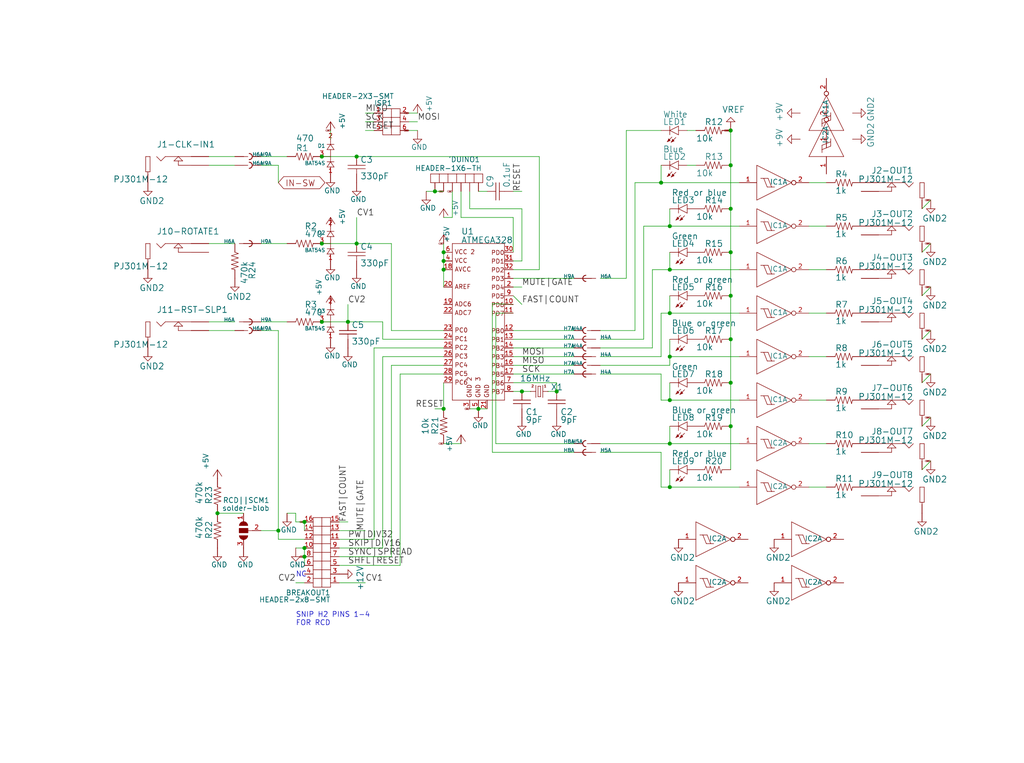
<source format=kicad_sch>
(kicad_sch (version 20210615) (generator eeschema)
  (paper "User" 299.009 222.783)
  (junction (at 63.5 149.86) (diameter 1.016))
  (junction (at 81.28 154.94) (diameter 1.016))
  (junction (at 88.9 152.4) (diameter 1.016))
  (junction (at 88.9 160.02) (diameter 1.016))
  (junction (at 88.9 162.56) (diameter 1.016))
  (junction (at 93.98 45.72) (diameter 1.016))
  (junction (at 93.98 71.12) (diameter 1.016))
  (junction (at 93.98 93.98) (diameter 1.016))
  (junction (at 101.6 93.98) (diameter 1.016))
  (junction (at 104.14 45.72) (diameter 1.016))
  (junction (at 104.14 71.12) (diameter 1.016))
  (junction (at 127 55.88) (diameter 1.016))
  (junction (at 129.54 73.66) (diameter 1.016))
  (junction (at 129.54 76.2) (diameter 1.016))
  (junction (at 129.54 78.74) (diameter 1.016))
  (junction (at 129.54 119.38) (diameter 1.016))
  (junction (at 139.7 119.38) (diameter 1.016))
  (junction (at 152.4 114.3) (diameter 1.016))
  (junction (at 162.56 114.3) (diameter 1.016))
  (junction (at 193.04 53.34) (diameter 1.016))
  (junction (at 195.58 66.04) (diameter 1.016))
  (junction (at 195.58 78.74) (diameter 1.016))
  (junction (at 195.58 91.44) (diameter 1.016))
  (junction (at 195.58 104.14) (diameter 1.016))
  (junction (at 195.58 116.84) (diameter 1.016))
  (junction (at 195.58 129.54) (diameter 1.016))
  (junction (at 195.58 142.24) (diameter 1.016))
  (junction (at 213.36 38.1) (diameter 1.016))
  (junction (at 213.36 48.26) (diameter 1.016))
  (junction (at 213.36 60.96) (diameter 1.016))
  (junction (at 213.36 73.66) (diameter 1.016))
  (junction (at 213.36 86.36) (diameter 1.016))
  (junction (at 213.36 99.06) (diameter 1.016))
  (junction (at 213.36 111.76) (diameter 1.016))
  (junction (at 213.36 124.46) (diameter 1.016))
  (wire (pts (xy 63.5 149.86) (xy 71.12 149.86)))
  (wire (pts (xy 68.58 45.72) (xy 60.96 45.72)))
  (wire (pts (xy 68.58 48.26) (xy 60.96 48.26)))
  (wire (pts (xy 68.58 71.12) (xy 60.96 71.12)))
  (wire (pts (xy 68.58 93.98) (xy 60.96 93.98)))
  (wire (pts (xy 68.58 96.52) (xy 60.96 96.52)))
  (wire (pts (xy 76.2 71.12) (xy 83.82 71.12)))
  (wire (pts (xy 76.2 154.94) (xy 81.28 154.94)))
  (wire (pts (xy 81.28 48.26) (xy 76.2 48.26)))
  (wire (pts (xy 81.28 53.34) (xy 81.28 48.26)))
  (wire (pts (xy 81.28 96.52) (xy 76.2 96.52)))
  (wire (pts (xy 81.28 96.52) (xy 81.28 154.94)))
  (wire (pts (xy 81.28 154.94) (xy 81.28 157.48)))
  (wire (pts (xy 81.28 157.48) (xy 88.9 157.48)))
  (wire (pts (xy 83.82 45.72) (xy 76.2 45.72)))
  (wire (pts (xy 83.82 93.98) (xy 76.2 93.98)))
  (wire (pts (xy 83.82 149.86) (xy 86.36 149.86)))
  (wire (pts (xy 86.36 149.86) (xy 86.36 152.4)))
  (wire (pts (xy 86.36 152.4) (xy 88.9 152.4)))
  (wire (pts (xy 86.36 160.02) (xy 88.9 160.02)))
  (wire (pts (xy 88.9 152.4) (xy 88.9 154.94)))
  (wire (pts (xy 88.9 160.02) (xy 88.9 162.56)))
  (wire (pts (xy 88.9 162.56) (xy 88.9 165.1)))
  (wire (pts (xy 88.9 170.18) (xy 86.36 170.18)))
  (wire (pts (xy 93.98 71.12) (xy 104.14 71.12)))
  (wire (pts (xy 93.98 93.98) (xy 101.6 93.98)))
  (wire (pts (xy 96.52 38.1) (xy 96.52 40.64)))
  (wire (pts (xy 99.06 152.4) (xy 101.6 152.4)))
  (wire (pts (xy 99.06 154.94) (xy 106.68 154.94)))
  (wire (pts (xy 99.06 157.48) (xy 109.22 157.48)))
  (wire (pts (xy 99.06 160.02) (xy 111.76 160.02)))
  (wire (pts (xy 99.06 162.56) (xy 114.3 162.56)))
  (wire (pts (xy 99.06 165.1) (xy 116.84 165.1)))
  (wire (pts (xy 99.06 170.18) (xy 106.68 170.18)))
  (wire (pts (xy 101.6 93.98) (xy 101.6 88.9)))
  (wire (pts (xy 101.6 93.98) (xy 111.76 93.98)))
  (wire (pts (xy 104.14 45.72) (xy 93.98 45.72)))
  (wire (pts (xy 104.14 63.5) (xy 104.14 71.12)))
  (wire (pts (xy 104.14 71.12) (xy 114.3 71.12)))
  (wire (pts (xy 109.22 33.02) (xy 106.68 33.02)))
  (wire (pts (xy 109.22 35.56) (xy 106.68 35.56)))
  (wire (pts (xy 109.22 38.1) (xy 106.68 38.1)))
  (wire (pts (xy 109.22 101.6) (xy 129.54 101.6)))
  (wire (pts (xy 109.22 157.48) (xy 109.22 101.6)))
  (wire (pts (xy 111.76 93.98) (xy 111.76 99.06)))
  (wire (pts (xy 111.76 99.06) (xy 129.54 99.06)))
  (wire (pts (xy 111.76 104.14) (xy 129.54 104.14)))
  (wire (pts (xy 111.76 160.02) (xy 111.76 104.14)))
  (wire (pts (xy 114.3 71.12) (xy 114.3 96.52)))
  (wire (pts (xy 114.3 96.52) (xy 129.54 96.52)))
  (wire (pts (xy 114.3 106.68) (xy 129.54 106.68)))
  (wire (pts (xy 114.3 162.56) (xy 114.3 106.68)))
  (wire (pts (xy 116.84 109.22) (xy 129.54 109.22)))
  (wire (pts (xy 116.84 165.1) (xy 116.84 109.22)))
  (wire (pts (xy 119.38 33.02) (xy 121.92 33.02)))
  (wire (pts (xy 119.38 35.56) (xy 121.92 35.56)))
  (wire (pts (xy 119.38 38.1) (xy 121.92 38.1)))
  (wire (pts (xy 127 55.88) (xy 124.46 55.88)))
  (wire (pts (xy 129.54 55.88) (xy 127 55.88)))
  (wire (pts (xy 129.54 71.12) (xy 129.54 73.66)))
  (wire (pts (xy 129.54 73.66) (xy 129.54 76.2)))
  (wire (pts (xy 129.54 76.2) (xy 129.54 78.74)))
  (wire (pts (xy 129.54 78.74) (xy 129.54 83.82)))
  (wire (pts (xy 129.54 119.38) (xy 127 119.38)))
  (wire (pts (xy 129.54 119.38) (xy 129.54 111.76)))
  (wire (pts (xy 129.54 129.54) (xy 134.62 129.54)))
  (wire (pts (xy 132.08 55.88) (xy 132.08 63.5)))
  (wire (pts (xy 132.08 63.5) (xy 129.54 63.5)))
  (wire (pts (xy 134.62 55.88) (xy 134.62 63.5)))
  (wire (pts (xy 134.62 63.5) (xy 149.86 63.5)))
  (wire (pts (xy 137.16 60.96) (xy 137.16 55.88)))
  (wire (pts (xy 137.16 119.38) (xy 139.7 119.38)))
  (wire (pts (xy 139.7 55.88) (xy 142.24 55.88)))
  (wire (pts (xy 139.7 119.38) (xy 142.24 119.38)))
  (wire (pts (xy 143.764 88.646) (xy 143.764 132.08)))
  (wire (pts (xy 143.764 132.08) (xy 167.64 132.08)))
  (wire (pts (xy 144.78 91.44) (xy 144.78 129.54)))
  (wire (pts (xy 144.78 129.54) (xy 167.64 129.54)))
  (wire (pts (xy 149.86 55.88) (xy 152.4 55.88)))
  (wire (pts (xy 149.86 73.66) (xy 149.86 63.5)))
  (wire (pts (xy 149.86 76.2) (xy 152.4 76.2)))
  (wire (pts (xy 149.86 78.74) (xy 157.48 78.74)))
  (wire (pts (xy 149.86 81.28) (xy 167.64 81.28)))
  (wire (pts (xy 149.86 83.82) (xy 152.4 83.82)))
  (wire (pts (xy 149.86 86.36) (xy 152.4 88.9)))
  (wire (pts (xy 149.86 88.9) (xy 143.764 88.646)))
  (wire (pts (xy 149.86 91.44) (xy 144.78 91.44)))
  (wire (pts (xy 149.86 96.52) (xy 167.64 96.52)))
  (wire (pts (xy 149.86 99.06) (xy 167.64 99.06)))
  (wire (pts (xy 149.86 101.6) (xy 167.64 101.6)))
  (wire (pts (xy 149.86 104.14) (xy 167.64 104.14)))
  (wire (pts (xy 149.86 106.68) (xy 167.64 106.68)))
  (wire (pts (xy 149.86 109.22) (xy 167.64 109.22)))
  (wire (pts (xy 149.86 114.3) (xy 152.4 114.3)))
  (wire (pts (xy 152.4 60.96) (xy 137.16 60.96)))
  (wire (pts (xy 152.4 76.2) (xy 152.4 60.96)))
  (wire (pts (xy 154.94 114.3) (xy 152.4 114.3)))
  (wire (pts (xy 157.48 45.72) (xy 104.14 45.72)))
  (wire (pts (xy 157.48 78.74) (xy 157.48 45.72)))
  (wire (pts (xy 162.56 111.76) (xy 149.86 111.76)))
  (wire (pts (xy 162.56 114.3) (xy 160.02 114.3)))
  (wire (pts (xy 162.56 114.3) (xy 162.56 111.76)))
  (wire (pts (xy 175.26 81.28) (xy 182.88 81.28)))
  (wire (pts (xy 182.88 81.28) (xy 182.88 38.1)))
  (wire (pts (xy 185.42 53.34) (xy 193.04 53.34)))
  (wire (pts (xy 185.42 96.52) (xy 175.26 96.52)))
  (wire (pts (xy 185.42 96.52) (xy 185.42 53.34)))
  (wire (pts (xy 187.96 99.06) (xy 175.26 99.06)))
  (wire (pts (xy 187.96 99.06) (xy 187.96 66.04)))
  (wire (pts (xy 190.5 101.6) (xy 175.26 101.6)))
  (wire (pts (xy 190.5 101.6) (xy 190.5 78.74)))
  (wire (pts (xy 193.04 38.1) (xy 182.88 38.1)))
  (wire (pts (xy 193.04 48.26) (xy 193.04 53.34)))
  (wire (pts (xy 193.04 53.34) (xy 215.9 53.34)))
  (wire (pts (xy 193.04 104.14) (xy 175.26 104.14)))
  (wire (pts (xy 193.04 104.14) (xy 193.04 91.44)))
  (wire (pts (xy 193.04 109.22) (xy 175.26 109.22)))
  (wire (pts (xy 193.04 116.84) (xy 193.04 109.22)))
  (wire (pts (xy 193.04 132.08) (xy 175.26 132.08)))
  (wire (pts (xy 193.04 142.24) (xy 193.04 132.08)))
  (wire (pts (xy 195.58 60.96) (xy 195.58 66.04)))
  (wire (pts (xy 195.58 66.04) (xy 187.96 66.04)))
  (wire (pts (xy 195.58 73.66) (xy 195.58 78.74)))
  (wire (pts (xy 195.58 78.74) (xy 190.5 78.74)))
  (wire (pts (xy 195.58 86.36) (xy 195.58 91.44)))
  (wire (pts (xy 195.58 91.44) (xy 193.04 91.44)))
  (wire (pts (xy 195.58 99.06) (xy 195.58 104.14)))
  (wire (pts (xy 195.58 106.68) (xy 175.26 106.68)))
  (wire (pts (xy 195.58 106.68) (xy 195.58 104.14)))
  (wire (pts (xy 195.58 111.76) (xy 195.58 116.84)))
  (wire (pts (xy 195.58 116.84) (xy 193.04 116.84)))
  (wire (pts (xy 195.58 124.46) (xy 195.58 129.54)))
  (wire (pts (xy 195.58 129.54) (xy 175.26 129.54)))
  (wire (pts (xy 195.58 129.54) (xy 215.9 129.54)))
  (wire (pts (xy 195.58 137.16) (xy 195.58 142.24)))
  (wire (pts (xy 195.58 142.24) (xy 193.04 142.24)))
  (wire (pts (xy 200.66 38.1) (xy 203.2 38.1)))
  (wire (pts (xy 200.66 48.26) (xy 203.2 48.26)))
  (wire (pts (xy 213.36 38.1) (xy 213.36 48.26)))
  (wire (pts (xy 213.36 48.26) (xy 213.36 60.96)))
  (wire (pts (xy 213.36 60.96) (xy 213.36 73.66)))
  (wire (pts (xy 213.36 73.66) (xy 213.36 86.36)))
  (wire (pts (xy 213.36 86.36) (xy 213.36 99.06)))
  (wire (pts (xy 213.36 99.06) (xy 213.36 111.76)))
  (wire (pts (xy 213.36 111.76) (xy 213.36 124.46)))
  (wire (pts (xy 213.36 124.46) (xy 213.36 137.16)))
  (wire (pts (xy 215.9 66.04) (xy 195.58 66.04)))
  (wire (pts (xy 215.9 78.74) (xy 195.58 78.74)))
  (wire (pts (xy 215.9 91.44) (xy 195.58 91.44)))
  (wire (pts (xy 215.9 104.14) (xy 195.58 104.14)))
  (wire (pts (xy 215.9 116.84) (xy 195.58 116.84)))
  (wire (pts (xy 215.9 142.24) (xy 195.58 142.24)))
  (wire (pts (xy 236.22 53.34) (xy 241.3 53.34)))
  (wire (pts (xy 236.22 66.04) (xy 241.3 66.04)))
  (wire (pts (xy 236.22 78.74) (xy 241.3 78.74)))
  (wire (pts (xy 236.22 91.44) (xy 241.3 91.44)))
  (wire (pts (xy 236.22 104.14) (xy 241.3 104.14)))
  (wire (pts (xy 236.22 116.84) (xy 241.3 116.84)))
  (wire (pts (xy 236.22 129.54) (xy 241.3 129.54)))
  (wire (pts (xy 236.22 142.24) (xy 241.3 142.24)))
  (wire (pts (xy 271.78 58.42) (xy 269.24 60.96)))
  (wire (pts (xy 271.78 71.12) (xy 269.24 73.66)))
  (wire (pts (xy 271.78 83.82) (xy 269.24 86.36)))
  (wire (pts (xy 271.78 96.52) (xy 269.24 99.06)))
  (wire (pts (xy 271.78 109.22) (xy 269.24 111.76)))
  (wire (pts (xy 271.78 121.92) (xy 269.24 124.46)))
  (wire (pts (xy 271.78 134.62) (xy 269.24 137.16)))
  (text "NC" (at 86.36 168.656 0) (effects (font (size 1.4986 1.4986)) (justify left bottom)))
  (text "SNIP H2 PINS 1-4 \nFOR RCD" (at 86.36 182.88 0) (effects (font (size 1.4986 1.4986)) (justify left bottom)))
  (label "CV2" (at 86.36 170.18 180) (effects (font (size 1.778 1.778))))
  (label "CV2" (at 101.6 88.9 0) (effects (font (size 1.778 1.778))))
  (label "FAST|COUNT" (at 101.6 152.4 90) (effects (font (size 1.778 1.778))))
  (label "PW|DIV32" (at 101.6 157.48 0) (effects (font (size 1.778 1.778))))
  (label "SKIP|DIV16" (at 101.6 160.02 0) (effects (font (size 1.778 1.778))))
  (label "SYNC|SPREAD" (at 101.6 162.56 0) (effects (font (size 1.778 1.778))))
  (label "SHFL|RESET" (at 101.6 165.1 0) (effects (font (size 1.778 1.778))))
  (label "CV1" (at 104.14 63.5 0) (effects (font (size 1.778 1.778))))
  (label "MISO" (at 106.68 33.02 0) (effects (font (size 1.778 1.778))))
  (label "SCK" (at 106.68 35.56 0) (effects (font (size 1.778 1.778))))
  (label "RESET" (at 106.68 38.1 0) (effects (font (size 1.778 1.778))))
  (label "MUTE|GATE" (at 106.68 154.94 90) (effects (font (size 1.778 1.778))))
  (label "CV1" (at 106.68 170.18 0) (effects (font (size 1.778 1.778))))
  (label "MOSI" (at 121.92 35.56 0) (effects (font (size 1.778 1.778))))
  (label "RESET" (at 129.54 119.38 180) (effects (font (size 1.778 1.778))))
  (label "RESET" (at 152.4 55.88 90) (effects (font (size 1.778 1.778))))
  (label "MUTE|GATE" (at 152.4 83.82 0) (effects (font (size 1.778 1.778))))
  (label "FAST|COUNT" (at 152.4 88.9 0) (effects (font (size 1.778 1.778))))
  (label "MOSI" (at 152.4 104.14 0) (effects (font (size 1.778 1.778))))
  (label "MISO" (at 152.4 106.68 0) (effects (font (size 1.778 1.778))))
  (label "SCK" (at 152.4 109.22 0) (effects (font (size 1.778 1.778))))
  (global_label "IN-SW" (shape bidirectional) (at 81.28 53.34 0) (effects (font (size 1.778 1.778))) (property "Intersheet References" "${INTERSHEET_REFS}" (effects hide)))
  (global_label "GND" (shape bidirectional) (at 88.9 152.4 180) (effects (font (size 0.254 0.254))) (property "Intersheet References" "${INTERSHEET_REFS}" (effects hide)))
  (global_label "GND" (shape bidirectional) (at 88.9 162.56 180) (effects (font (size 0.254 0.254))) (property "Intersheet References" "${INTERSHEET_REFS}" (effects hide)))
  (global_label "+5V" (shape bidirectional) (at 96.52 38.1 180) (effects (font (size 0.254 0.254))) (property "Intersheet References" "${INTERSHEET_REFS}" (effects hide)))
  (global_label "+5V" (shape bidirectional) (at 119.38 33.02 180) (effects (font (size 0.254 0.254))) (property "Intersheet References" "${INTERSHEET_REFS}" (effects hide)))
  (global_label "GND" (shape bidirectional) (at 119.38 38.1 180) (effects (font (size 0.254 0.254))) (property "Intersheet References" "${INTERSHEET_REFS}" (effects hide)))
  (global_label "GND" (shape bidirectional) (at 129.54 55.88 180) (effects (font (size 0.254 0.254))) (property "Intersheet References" "${INTERSHEET_REFS}" (effects hide)))
  (global_label "+5V" (shape bidirectional) (at 129.54 71.12 180) (effects (font (size 0.254 0.254))) (property "Intersheet References" "${INTERSHEET_REFS}" (effects hide)))
  (global_label "+5V" (shape bidirectional) (at 129.54 129.54 180) (effects (font (size 0.254 0.254))) (property "Intersheet References" "${INTERSHEET_REFS}" (effects hide)))
  (global_label "+5V" (shape bidirectional) (at 132.08 55.88 180) (effects (font (size 0.254 0.254))) (property "Intersheet References" "${INTERSHEET_REFS}" (effects hide)))
  (global_label "GND" (shape bidirectional) (at 137.16 119.38 180) (effects (font (size 0.254 0.254))) (property "Intersheet References" "${INTERSHEET_REFS}" (effects hide)))
  (global_label "+VREF" (shape bidirectional) (at 213.36 38.1 180) (effects (font (size 0.254 0.254))) (property "Intersheet References" "${INTERSHEET_REFS}" (effects hide)))
  (global_label "AGND" (shape bidirectional) (at 271.78 58.42 180) (effects (font (size 0.254 0.254))) (property "Intersheet References" "${INTERSHEET_REFS}" (effects hide)))
  (global_label "AGND" (shape bidirectional) (at 271.78 71.12 180) (effects (font (size 0.254 0.254))) (property "Intersheet References" "${INTERSHEET_REFS}" (effects hide)))
  (global_label "AGND" (shape bidirectional) (at 271.78 83.82 180) (effects (font (size 0.254 0.254))) (property "Intersheet References" "${INTERSHEET_REFS}" (effects hide)))
  (global_label "AGND" (shape bidirectional) (at 271.78 96.52 180) (effects (font (size 0.254 0.254))) (property "Intersheet References" "${INTERSHEET_REFS}" (effects hide)))
  (global_label "AGND" (shape bidirectional) (at 271.78 109.22 180) (effects (font (size 0.254 0.254))) (property "Intersheet References" "${INTERSHEET_REFS}" (effects hide)))
  (global_label "AGND" (shape bidirectional) (at 271.78 121.92 180) (effects (font (size 0.254 0.254))) (property "Intersheet References" "${INTERSHEET_REFS}" (effects hide)))
  (global_label "AGND" (shape bidirectional) (at 271.78 134.62 180) (effects (font (size 0.254 0.254))) (property "Intersheet References" "${INTERSHEET_REFS}" (effects hide)))
  (symbol (lib_id "clocker-12b-eagle-import:HEADER-2X3-B2B-MALESMT") (at 71.12 45.72 0) (unit 1)
    (property "Reference" "H6" (at 73.66 45.72 0) (effects (font (size 1.0668 1.0668)) (justify left bottom)))
    (property "Value" "HEADER-2X3-B2B-MALESMT" (effects hide))
    (property "Footprint" "clocker-12b:HEADER-2X3-SMT" (effects hide))
  )
  (symbol (lib_id "clocker-12b-eagle-import:HEADER-2X3-B2B-MALESMT") (at 71.12 48.26 0) (unit 1)
    (property "Reference" "H6" (at 73.66 48.26 0) (effects (font (size 1.0668 1.0668)) (justify left bottom)))
    (property "Value" "HEADER-2X3-B2B-MALESMT" (effects hide))
    (property "Footprint" "clocker-12b:HEADER-2X3-SMT" (effects hide))
  )
  (symbol (lib_id "clocker-12b-eagle-import:HEADER-2X3-B2B-MALESMT") (at 71.12 71.12 0) (mirror y) (unit 1)
    (property "Reference" "H6" (at 68.58 71.12 0) (effects (font (size 1.0668 1.0668)) (justify left bottom)))
    (property "Value" "HEADER-2X3-B2B-MALESMT" (effects hide))
    (property "Footprint" "clocker-12b:HEADER-2X3-SMT" (effects hide))
  )
  (symbol (lib_id "clocker-12b-eagle-import:HEADER-2X3-B2B-MALESMT") (at 71.12 93.98 0) (mirror y) (unit 1)
    (property "Reference" "H6" (at 68.58 93.98 0) (effects (font (size 1.0668 1.0668)) (justify left bottom)))
    (property "Value" "HEADER-2X3-B2B-MALESMT" (effects hide))
    (property "Footprint" "clocker-12b:HEADER-2X3-SMT" (effects hide))
  )
  (symbol (lib_id "clocker-12b-eagle-import:HEADER-2X3-B2B-MALESMT") (at 71.12 96.52 0) (unit 1)
    (property "Reference" "H6" (at 73.66 96.52 0) (effects (font (size 1.0668 1.0668)) (justify left bottom)))
    (property "Value" "HEADER-2X3-B2B-MALESMT" (effects hide))
    (property "Footprint" "clocker-12b:HEADER-2X3-SMT" (effects hide))
  )
  (symbol (lib_id "clocker-12b-eagle-import:HEADER-2X3-B2B-MALESMT") (at 172.72 81.28 0) (unit 1)
    (property "Reference" "H6" (at 175.26 81.28 0) (effects (font (size 1.0668 1.0668)) (justify left bottom)))
    (property "Value" "HEADER-2X3-B2B-MALESMT" (effects hide))
    (property "Footprint" "clocker-12b:HEADER-2X3-SMT" (effects hide))
  )
  (symbol (lib_id "clocker-12b-eagle-import:HEADER-2X3-B2B-MALESMT") (at 172.72 96.52 0) (mirror y) (unit 1)
    (property "Reference" "H4" (at 170.18 96.52 0) (effects (font (size 1.0668 1.0668)) (justify left bottom)))
    (property "Value" "HEADER-2X3-B2B-MALESMT" (effects hide))
    (property "Footprint" "clocker-12b:HEADER-2X3-SMT" (effects hide))
  )
  (symbol (lib_id "clocker-12b-eagle-import:HEADER-2X3-B2B-MALESMT") (at 172.72 99.06 0) (unit 1)
    (property "Reference" "H4" (at 175.26 99.06 0) (effects (font (size 1.0668 1.0668)) (justify left bottom)))
    (property "Value" "HEADER-2X3-B2B-MALESMT" (effects hide))
    (property "Footprint" "clocker-12b:HEADER-2X3-SMT" (effects hide))
  )
  (symbol (lib_id "clocker-12b-eagle-import:HEADER-2X3-B2B-MALESMT") (at 172.72 101.6 0) (mirror y) (unit 1)
    (property "Reference" "H4" (at 170.18 101.6 0) (effects (font (size 1.0668 1.0668)) (justify left bottom)))
    (property "Value" "HEADER-2X3-B2B-MALESMT" (effects hide))
    (property "Footprint" "clocker-12b:HEADER-2X3-SMT" (effects hide))
  )
  (symbol (lib_id "clocker-12b-eagle-import:HEADER-2X3-B2B-MALESMT") (at 172.72 104.14 0) (unit 1)
    (property "Reference" "H4" (at 175.26 104.14 0) (effects (font (size 1.0668 1.0668)) (justify left bottom)))
    (property "Value" "HEADER-2X3-B2B-MALESMT" (effects hide))
    (property "Footprint" "clocker-12b:HEADER-2X3-SMT" (effects hide))
  )
  (symbol (lib_id "clocker-12b-eagle-import:HEADER-2X3-B2B-MALESMT") (at 172.72 106.68 0) (mirror y) (unit 1)
    (property "Reference" "H4" (at 170.18 106.68 0) (effects (font (size 1.0668 1.0668)) (justify left bottom)))
    (property "Value" "HEADER-2X3-B2B-MALESMT" (effects hide))
    (property "Footprint" "clocker-12b:HEADER-2X3-SMT" (effects hide))
  )
  (symbol (lib_id "clocker-12b-eagle-import:HEADER-2X3-B2B-MALESMT") (at 172.72 109.22 0) (unit 1)
    (property "Reference" "H4" (at 175.26 109.22 0) (effects (font (size 1.0668 1.0668)) (justify left bottom)))
    (property "Value" "HEADER-2X3-B2B-MALESMT" (effects hide))
    (property "Footprint" "clocker-12b:HEADER-2X3-SMT" (effects hide))
  )
  (symbol (lib_id "clocker-12b-eagle-import:HEADER-2X3-B2B-MALESMT") (at 172.72 129.54 0) (mirror y) (unit 1)
    (property "Reference" "H5" (at 170.18 129.54 0) (effects (font (size 1.0668 1.0668)) (justify left bottom)))
    (property "Value" "HEADER-2X3-B2B-MALESMT" (effects hide))
    (property "Footprint" "clocker-12b:HEADER-2X3-SMT" (effects hide))
  )
  (symbol (lib_id "clocker-12b-eagle-import:HEADER-2X3-B2B-MALESMT") (at 172.72 132.08 0) (unit 1)
    (property "Reference" "H5" (at 175.26 132.08 0) (effects (font (size 1.0668 1.0668)) (justify left bottom)))
    (property "Value" "HEADER-2X3-B2B-MALESMT" (effects hide))
    (property "Footprint" "clocker-12b:HEADER-2X3-SMT" (effects hide))
  )
  (symbol (lib_id "clocker-12b-eagle-import:HEADER-2X3-B2B-FEMALETH-BOT") (at 76.2 45.72 0) (mirror y) (unit 1)
    (property "Reference" "H9" (at 76.073 45.72 0) (effects (font (size 1.0668 1.0668)) (justify right bottom)))
    (property "Value" "HEADER-2X3-B2B-FEMALETH-BOT" (effects hide))
    (property "Footprint" "clocker-12b:HEADER-2X3-TH-BOTTOM" (effects hide))
  )
  (symbol (lib_id "clocker-12b-eagle-import:HEADER-2X3-B2B-FEMALETH-BOT") (at 76.2 48.26 0) (mirror y) (unit 1)
    (property "Reference" "H9" (at 76.073 48.26 0) (effects (font (size 1.0668 1.0668)) (justify right bottom)))
    (property "Value" "HEADER-2X3-B2B-FEMALETH-BOT" (effects hide))
    (property "Footprint" "clocker-12b:HEADER-2X3-TH-BOTTOM" (effects hide))
  )
  (symbol (lib_id "clocker-12b-eagle-import:HEADER-2X3-B2B-FEMALETH-BOT") (at 76.2 71.12 0) (mirror y) (unit 1)
    (property "Reference" "H9" (at 76.073 71.12 0) (effects (font (size 1.0668 1.0668)) (justify right bottom)))
    (property "Value" "HEADER-2X3-B2B-FEMALETH-BOT" (effects hide))
    (property "Footprint" "clocker-12b:HEADER-2X3-TH-BOTTOM" (effects hide))
  )
  (symbol (lib_id "clocker-12b-eagle-import:HEADER-2X3-B2B-FEMALETH-BOT") (at 76.2 93.98 0) (mirror y) (unit 1)
    (property "Reference" "H9" (at 76.073 93.98 0) (effects (font (size 1.0668 1.0668)) (justify right bottom)))
    (property "Value" "HEADER-2X3-B2B-FEMALETH-BOT" (effects hide))
    (property "Footprint" "clocker-12b:HEADER-2X3-TH-BOTTOM" (effects hide))
  )
  (symbol (lib_id "clocker-12b-eagle-import:HEADER-2X3-B2B-FEMALETH-BOT") (at 76.2 96.52 0) (mirror y) (unit 1)
    (property "Reference" "H9" (at 76.073 96.52 0) (effects (font (size 1.0668 1.0668)) (justify right bottom)))
    (property "Value" "HEADER-2X3-B2B-FEMALETH-BOT" (effects hide))
    (property "Footprint" "clocker-12b:HEADER-2X3-TH-BOTTOM" (effects hide))
  )
  (symbol (lib_id "clocker-12b-eagle-import:HEADER-2X3-B2B-FEMALETH-BOT") (at 167.64 81.28 0) (unit 1)
    (property "Reference" "H9" (at 167.767 81.28 0) (effects (font (size 1.0668 1.0668)) (justify right bottom)))
    (property "Value" "HEADER-2X3-B2B-FEMALETH-BOT" (effects hide))
    (property "Footprint" "clocker-12b:HEADER-2X3-TH-BOTTOM" (effects hide))
  )
  (symbol (lib_id "clocker-12b-eagle-import:HEADER-2X3-B2B-FEMALETH-BOT") (at 167.64 96.52 0) (unit 1)
    (property "Reference" "H7" (at 167.767 96.52 0) (effects (font (size 1.0668 1.0668)) (justify right bottom)))
    (property "Value" "HEADER-2X3-B2B-FEMALETH-BOT" (effects hide))
    (property "Footprint" "clocker-12b:HEADER-2X3-TH-BOTTOM" (effects hide))
  )
  (symbol (lib_id "clocker-12b-eagle-import:HEADER-2X3-B2B-FEMALETH-BOT") (at 167.64 99.06 0) (unit 1)
    (property "Reference" "H7" (at 167.767 99.06 0) (effects (font (size 1.0668 1.0668)) (justify right bottom)))
    (property "Value" "HEADER-2X3-B2B-FEMALETH-BOT" (effects hide))
    (property "Footprint" "clocker-12b:HEADER-2X3-TH-BOTTOM" (effects hide))
  )
  (symbol (lib_id "clocker-12b-eagle-import:HEADER-2X3-B2B-FEMALETH-BOT") (at 167.64 101.6 0) (unit 1)
    (property "Reference" "H7" (at 167.767 101.6 0) (effects (font (size 1.0668 1.0668)) (justify right bottom)))
    (property "Value" "HEADER-2X3-B2B-FEMALETH-BOT" (effects hide))
    (property "Footprint" "clocker-12b:HEADER-2X3-TH-BOTTOM" (effects hide))
  )
  (symbol (lib_id "clocker-12b-eagle-import:HEADER-2X3-B2B-FEMALETH-BOT") (at 167.64 104.14 0) (unit 1)
    (property "Reference" "H7" (at 167.767 104.14 0) (effects (font (size 1.0668 1.0668)) (justify right bottom)))
    (property "Value" "HEADER-2X3-B2B-FEMALETH-BOT" (effects hide))
    (property "Footprint" "clocker-12b:HEADER-2X3-TH-BOTTOM" (effects hide))
  )
  (symbol (lib_id "clocker-12b-eagle-import:HEADER-2X3-B2B-FEMALETH-BOT") (at 167.64 106.68 0) (unit 1)
    (property "Reference" "H7" (at 167.767 106.68 0) (effects (font (size 1.0668 1.0668)) (justify right bottom)))
    (property "Value" "HEADER-2X3-B2B-FEMALETH-BOT" (effects hide))
    (property "Footprint" "clocker-12b:HEADER-2X3-TH-BOTTOM" (effects hide))
  )
  (symbol (lib_id "clocker-12b-eagle-import:HEADER-2X3-B2B-FEMALETH-BOT") (at 167.64 109.22 0) (unit 1)
    (property "Reference" "H7" (at 167.767 109.22 0) (effects (font (size 1.0668 1.0668)) (justify right bottom)))
    (property "Value" "HEADER-2X3-B2B-FEMALETH-BOT" (effects hide))
    (property "Footprint" "clocker-12b:HEADER-2X3-TH-BOTTOM" (effects hide))
  )
  (symbol (lib_id "clocker-12b-eagle-import:HEADER-2X3-B2B-FEMALETH-BOT") (at 167.64 129.54 0) (unit 1)
    (property "Reference" "H8" (at 167.767 129.54 0) (effects (font (size 1.0668 1.0668)) (justify right bottom)))
    (property "Value" "HEADER-2X3-B2B-FEMALETH-BOT" (effects hide))
    (property "Footprint" "clocker-12b:HEADER-2X3-TH-BOTTOM" (effects hide))
  )
  (symbol (lib_id "clocker-12b-eagle-import:HEADER-2X3-B2B-FEMALETH-BOT") (at 167.64 132.08 0) (unit 1)
    (property "Reference" "H8" (at 167.767 132.08 0) (effects (font (size 1.0668 1.0668)) (justify right bottom)))
    (property "Value" "HEADER-2X3-B2B-FEMALETH-BOT" (effects hide))
    (property "Footprint" "clocker-12b:HEADER-2X3-TH-BOTTOM" (effects hide))
  )
  (symbol (lib_id "clocker-12b-eagle-import:+5V") (at 63.5 137.16 0) (unit 1)
    (property "Reference" "#P+09" (effects hide))
    (property "Value" "+5V" (at 60.96 137.16 90) (effects (font (size 1.4986 1.4986)) (justify left bottom)))
  )
  (symbol (lib_id "clocker-12b-eagle-import:+5V") (at 96.52 35.56 0) (unit 1)
    (property "Reference" "#P+03" (effects hide))
    (property "Value" "+5V" (at 99.06 33.02 90) (effects (font (size 1.4986 1.4986)) (justify right top)))
  )
  (symbol (lib_id "clocker-12b-eagle-import:+5V") (at 96.52 63.5 0) (unit 1)
    (property "Reference" "#P+02" (effects hide))
    (property "Value" "+5V" (at 99.06 60.96 90) (effects (font (size 1.4986 1.4986)) (justify right top)))
  )
  (symbol (lib_id "clocker-12b-eagle-import:+5V") (at 96.52 86.36 0) (unit 1)
    (property "Reference" "#P+01" (effects hide))
    (property "Value" "+5V" (at 93.98 86.36 90) (effects (font (size 1.4986 1.4986)) (justify left bottom)))
  )
  (symbol (lib_id "clocker-12b-eagle-import:+5V") (at 121.92 30.48 0) (unit 1)
    (property "Reference" "#P+08" (effects hide))
    (property "Value" "+5V" (at 124.46 27.94 90) (effects (font (size 1.4986 1.4986)) (justify right top)))
  )
  (symbol (lib_id "clocker-12b-eagle-import:+5V") (at 129.54 60.96 0) (unit 1)
    (property "Reference" "#P+07" (effects hide))
    (property "Value" "+5V" (at 132.08 58.42 90) (effects (font (size 1.4986 1.4986)) (justify right top)))
  )
  (symbol (lib_id "clocker-12b-eagle-import:+5V") (at 129.54 68.58 0) (unit 1)
    (property "Reference" "#P+04" (effects hide))
    (property "Value" "+5V" (at 129.54 66.04 90) (effects (font (size 1.4986 1.4986)) (justify right top)))
  )
  (symbol (lib_id "clocker-12b-eagle-import:+5V") (at 134.62 127 0) (unit 1)
    (property "Reference" "#P+06" (effects hide))
    (property "Value" "+5V" (at 132.08 132.08 90) (effects (font (size 1.4986 1.4986)) (justify left bottom)))
  )
  (symbol (lib_id "clocker-12b-eagle-import:AGND") (at 43.18 55.88 0) (unit 1)
    (property "Reference" "#AGND06" (effects hide))
    (property "Value" "GND2" (at 40.64 59.69 0) (effects (font (size 1.778 1.778)) (justify left bottom)))
  )
  (symbol (lib_id "clocker-12b-eagle-import:AGND") (at 43.18 81.28 0) (unit 1)
    (property "Reference" "#AGND04" (effects hide))
    (property "Value" "GND2" (at 40.64 85.09 0) (effects (font (size 1.778 1.778)) (justify left bottom)))
  )
  (symbol (lib_id "clocker-12b-eagle-import:AGND") (at 43.18 104.14 0) (unit 1)
    (property "Reference" "#AGND03" (effects hide))
    (property "Value" "GND2" (at 40.64 107.95 0) (effects (font (size 1.778 1.778)) (justify left bottom)))
  )
  (symbol (lib_id "clocker-12b-eagle-import:GND") (at 63.5 162.56 0) (unit 1)
    (property "Reference" "#SUPPLY032" (effects hide))
    (property "Value" "GND" (at 61.595 165.735 0) (effects (font (size 1.4986 1.4986)) (justify left bottom)))
  )
  (symbol (lib_id "clocker-12b-eagle-import:AGND") (at 68.58 83.82 0) (unit 1)
    (property "Reference" "#AGND05" (effects hide))
    (property "Value" "GND2" (at 66.04 87.63 0) (effects (font (size 1.778 1.778)) (justify left bottom)))
  )
  (symbol (lib_id "clocker-12b-eagle-import:GND") (at 71.12 162.56 0) (unit 1)
    (property "Reference" "#SUPPLY031" (effects hide))
    (property "Value" "GND" (at 69.215 165.735 0) (effects (font (size 1.4986 1.4986)) (justify left bottom)))
  )
  (symbol (lib_id "clocker-12b-eagle-import:GND") (at 83.82 152.4 0) (unit 1)
    (property "Reference" "#SUPPLY038" (effects hide))
    (property "Value" "GND" (at 81.915 155.575 0) (effects (font (size 1.4986 1.4986)) (justify left bottom)))
  )
  (symbol (lib_id "clocker-12b-eagle-import:GND") (at 86.36 162.56 0) (unit 1)
    (property "Reference" "#SUPPLY030" (effects hide))
    (property "Value" "GND" (at 84.455 165.735 0) (effects (font (size 1.4986 1.4986)) (justify left bottom)))
  )
  (symbol (lib_id "clocker-12b-eagle-import:GND") (at 96.52 53.34 0) (unit 1)
    (property "Reference" "#SUPPLY02" (effects hide))
    (property "Value" "GND" (at 94.615 56.515 0) (effects (font (size 1.4986 1.4986)) (justify left bottom)))
  )
  (symbol (lib_id "clocker-12b-eagle-import:GND") (at 96.52 78.74 0) (unit 1)
    (property "Reference" "#SUPPLY01" (effects hide))
    (property "Value" "GND" (at 94.615 81.915 0) (effects (font (size 1.4986 1.4986)) (justify left bottom)))
  )
  (symbol (lib_id "clocker-12b-eagle-import:GND") (at 96.52 101.6 0) (unit 1)
    (property "Reference" "#SUPPLY03" (effects hide))
    (property "Value" "GND" (at 94.615 104.775 0) (effects (font (size 1.4986 1.4986)) (justify left bottom)))
  )
  (symbol (lib_id "clocker-12b-eagle-import:GND") (at 101.6 104.14 0) (unit 1)
    (property "Reference" "#SUPPLY07" (effects hide))
    (property "Value" "GND" (at 99.695 107.315 0) (effects (font (size 1.4986 1.4986)) (justify left bottom)))
  )
  (symbol (lib_id "clocker-12b-eagle-import:+12V") (at 101.6 167.64 270) (unit 1)
    (property "Reference" "#+12V03" (effects hide))
    (property "Value" "+12V" (at 104.14 165.1 0) (effects (font (size 1.778 1.778)) (justify left bottom)))
  )
  (symbol (lib_id "clocker-12b-eagle-import:GND") (at 104.14 55.88 0) (unit 1)
    (property "Reference" "#SUPPLY09" (effects hide))
    (property "Value" "GND" (at 102.235 59.055 0) (effects (font (size 1.4986 1.4986)) (justify left bottom)))
  )
  (symbol (lib_id "clocker-12b-eagle-import:GND") (at 104.14 81.28 0) (unit 1)
    (property "Reference" "#SUPPLY08" (effects hide))
    (property "Value" "GND" (at 102.235 84.455 0) (effects (font (size 1.4986 1.4986)) (justify left bottom)))
  )
  (symbol (lib_id "clocker-12b-eagle-import:GND") (at 121.92 40.64 0) (unit 1)
    (property "Reference" "#SUPPLY029" (effects hide))
    (property "Value" "GND" (at 120.015 43.815 0) (effects (font (size 1.4986 1.4986)) (justify left bottom)))
  )
  (symbol (lib_id "clocker-12b-eagle-import:GND") (at 124.46 58.42 0) (unit 1)
    (property "Reference" "#SUPPLY028" (effects hide))
    (property "Value" "GND" (at 122.555 61.595 0) (effects (font (size 1.4986 1.4986)) (justify left bottom)))
  )
  (symbol (lib_id "clocker-12b-eagle-import:GND") (at 139.7 121.92 0) (unit 1)
    (property "Reference" "#SUPPLY05" (effects hide))
    (property "Value" "GND" (at 137.795 125.095 0) (effects (font (size 1.4986 1.4986)) (justify left bottom)))
  )
  (symbol (lib_id "clocker-12b-eagle-import:GND") (at 152.4 124.46 0) (unit 1)
    (property "Reference" "#SUPPLY04" (effects hide))
    (property "Value" "GND" (at 150.495 127.635 0) (effects (font (size 1.4986 1.4986)) (justify left bottom)))
  )
  (symbol (lib_id "clocker-12b-eagle-import:GND") (at 162.56 124.46 0) (unit 1)
    (property "Reference" "#SUPPLY06" (effects hide))
    (property "Value" "GND" (at 160.655 127.635 0) (effects (font (size 1.4986 1.4986)) (justify left bottom)))
  )
  (symbol (lib_id "clocker-12b-eagle-import:AGND") (at 198.12 160.02 0) (unit 1)
    (property "Reference" "#AGND09" (effects hide))
    (property "Value" "GND2" (at 195.58 163.83 0) (effects (font (size 1.778 1.778)) (justify left bottom)))
  )
  (symbol (lib_id "clocker-12b-eagle-import:AGND") (at 198.12 172.72 0) (unit 1)
    (property "Reference" "#AGND010" (effects hide))
    (property "Value" "GND2" (at 195.58 176.53 0) (effects (font (size 1.778 1.778)) (justify left bottom)))
  )
  (symbol (lib_id "clocker-12b-eagle-import:VREF") (at 213.36 35.56 0) (unit 1)
    (property "Reference" "#U$02" (effects hide))
    (property "Value" "VREF" (at 210.82 33.02 0) (effects (font (size 1.778 1.778)) (justify left bottom)))
  )
  (symbol (lib_id "clocker-12b-eagle-import:AGND") (at 226.06 160.02 0) (unit 1)
    (property "Reference" "#AGND011" (effects hide))
    (property "Value" "GND2" (at 223.52 163.83 0) (effects (font (size 1.778 1.778)) (justify left bottom)))
  )
  (symbol (lib_id "clocker-12b-eagle-import:AGND") (at 226.06 172.72 0) (unit 1)
    (property "Reference" "#AGND012" (effects hide))
    (property "Value" "GND2" (at 223.52 176.53 0) (effects (font (size 1.778 1.778)) (justify left bottom)))
  )
  (symbol (lib_id "clocker-12b-eagle-import:+9V") (at 231.14 33.02 90) (unit 1)
    (property "Reference" "#+9V02" (effects hide))
    (property "Value" "+9V" (at 228.6 35.56 0) (effects (font (size 1.778 1.778)) (justify left bottom)))
  )
  (symbol (lib_id "clocker-12b-eagle-import:+9V") (at 231.14 40.64 90) (unit 1)
    (property "Reference" "#+9V03" (effects hide))
    (property "Value" "+9V" (at 228.6 43.18 0) (effects (font (size 1.778 1.778)) (justify left bottom)))
  )
  (symbol (lib_id "clocker-12b-eagle-import:AGND") (at 251.46 33.02 90) (unit 1)
    (property "Reference" "#AGND07" (effects hide))
    (property "Value" "GND2" (at 255.27 35.56 0) (effects (font (size 1.778 1.778)) (justify left bottom)))
  )
  (symbol (lib_id "clocker-12b-eagle-import:AGND") (at 251.46 40.64 90) (unit 1)
    (property "Reference" "#AGND08" (effects hide))
    (property "Value" "GND2" (at 255.27 43.18 0) (effects (font (size 1.778 1.778)) (justify left bottom)))
  )
  (symbol (lib_id "clocker-12b-eagle-import:AGND") (at 269.24 152.4 0) (unit 1)
    (property "Reference" "#AGND013" (effects hide))
    (property "Value" "GND2" (at 266.7 156.21 0) (effects (font (size 1.778 1.778)) (justify left bottom)))
  )
  (symbol (lib_id "clocker-12b-eagle-import:AGND") (at 271.78 60.96 0) (unit 1)
    (property "Reference" "#AGND020" (effects hide))
    (property "Value" "GND2" (at 269.24 64.77 0) (effects (font (size 1.778 1.778)) (justify left bottom)))
  )
  (symbol (lib_id "clocker-12b-eagle-import:AGND") (at 271.78 73.66 0) (unit 1)
    (property "Reference" "#AGND019" (effects hide))
    (property "Value" "GND2" (at 269.24 77.47 0) (effects (font (size 1.778 1.778)) (justify left bottom)))
  )
  (symbol (lib_id "clocker-12b-eagle-import:AGND") (at 271.78 86.36 0) (unit 1)
    (property "Reference" "#AGND018" (effects hide))
    (property "Value" "GND2" (at 269.24 90.17 0) (effects (font (size 1.778 1.778)) (justify left bottom)))
  )
  (symbol (lib_id "clocker-12b-eagle-import:AGND") (at 271.78 99.06 0) (unit 1)
    (property "Reference" "#AGND017" (effects hide))
    (property "Value" "GND2" (at 269.24 102.87 0) (effects (font (size 1.778 1.778)) (justify left bottom)))
  )
  (symbol (lib_id "clocker-12b-eagle-import:AGND") (at 271.78 111.76 0) (unit 1)
    (property "Reference" "#AGND016" (effects hide))
    (property "Value" "GND2" (at 269.24 115.57 0) (effects (font (size 1.778 1.778)) (justify left bottom)))
  )
  (symbol (lib_id "clocker-12b-eagle-import:AGND") (at 271.78 124.46 0) (unit 1)
    (property "Reference" "#AGND015" (effects hide))
    (property "Value" "GND2" (at 269.24 128.27 0) (effects (font (size 1.778 1.778)) (justify left bottom)))
  )
  (symbol (lib_id "clocker-12b-eagle-import:AGND") (at 271.78 137.16 0) (unit 1)
    (property "Reference" "#AGND014" (effects hide))
    (property "Value" "GND2" (at 269.24 140.97 0) (effects (font (size 1.778 1.778)) (justify left bottom)))
  )
  (symbol (lib_id "clocker-12b-eagle-import:CRYSTALE") (at 157.48 114.3 180) (unit 1)
    (property "Reference" "X1" (at 160.782 114.046 0) (effects (font (size 1.778 1.778)) (justify right top)))
    (property "Value" "16MHz" (at 160.782 109.474 0) (effects (font (size 1.778 1.778)) (justify left bottom)))
    (property "Footprint" "clocker-12b:FA-238" (effects hide))
  )
  (symbol (lib_id "clocker-12b-eagle-import:RB") (at 63.5 144.78 90) (unit 1)
    (property "Reference" "R23" (at 62.0014 147.32 0) (effects (font (size 1.778 1.778)) (justify left bottom)))
    (property "Value" "470k" (at 59.182 147.32 0) (effects (font (size 1.778 1.778)) (justify left bottom)))
    (property "Footprint" "clocker-12b:R0603" (effects hide))
  )
  (symbol (lib_id "clocker-12b-eagle-import:RB") (at 63.5 154.94 90) (unit 1)
    (property "Reference" "R22" (at 62.0014 157.48 0) (effects (font (size 1.778 1.778)) (justify left bottom)))
    (property "Value" "470k" (at 59.182 157.48 0) (effects (font (size 1.778 1.778)) (justify left bottom)))
    (property "Footprint" "clocker-12b:R0603" (effects hide))
  )
  (symbol (lib_id "clocker-12b-eagle-import:RB") (at 68.58 76.2 270) (unit 1)
    (property "Reference" "R24" (at 72.6186 76.2 0) (effects (font (size 1.778 1.778)) (justify left bottom)))
    (property "Value" "470k" (at 70.358 76.2 0) (effects (font (size 1.778 1.778)) (justify left bottom)))
    (property "Footprint" "clocker-12b:R0603" (effects hide))
  )
  (symbol (lib_id "clocker-12b-eagle-import:RB") (at 88.9 45.72 0) (unit 1)
    (property "Reference" "R1" (at 86.36 44.2214 0) (effects (font (size 1.778 1.778)) (justify left bottom)))
    (property "Value" "470" (at 86.36 41.402 0) (effects (font (size 1.778 1.778)) (justify left bottom)))
    (property "Footprint" "clocker-12b:R0603" (effects hide))
  )
  (symbol (lib_id "clocker-12b-eagle-import:RB") (at 88.9 71.12 0) (unit 1)
    (property "Reference" "R2" (at 88.9 67.0814 0) (effects (font (size 1.778 1.778)) (justify left bottom)))
    (property "Value" "470" (at 88.9 69.342 0) (effects (font (size 1.778 1.778)) (justify left bottom)))
    (property "Footprint" "clocker-12b:R0603" (effects hide))
  )
  (symbol (lib_id "clocker-12b-eagle-import:RB") (at 88.9 93.98 0) (unit 1)
    (property "Reference" "R3" (at 88.9 89.9414 0) (effects (font (size 1.778 1.778)) (justify left bottom)))
    (property "Value" "470" (at 88.9 92.202 0) (effects (font (size 1.778 1.778)) (justify left bottom)))
    (property "Footprint" "clocker-12b:R0603" (effects hide))
  )
  (symbol (lib_id "clocker-12b-eagle-import:RB") (at 129.54 124.46 90) (unit 1)
    (property "Reference" "R21" (at 128.0414 127 0) (effects (font (size 1.778 1.778)) (justify left bottom)))
    (property "Value" "10k" (at 125.222 127 0) (effects (font (size 1.778 1.778)) (justify left bottom)))
    (property "Footprint" "clocker-12b:R0603" (effects hide))
  )
  (symbol (lib_id "clocker-12b-eagle-import:RB") (at 208.28 38.1 0) (unit 1)
    (property "Reference" "R12" (at 205.74 36.6014 0) (effects (font (size 1.778 1.778)) (justify left bottom)))
    (property "Value" "10k" (at 203.2 41.402 0) (effects (font (size 1.778 1.778)) (justify left bottom)))
    (property "Footprint" "clocker-12b:R0603" (effects hide))
  )
  (symbol (lib_id "clocker-12b-eagle-import:RB") (at 208.28 48.26 0) (unit 1)
    (property "Reference" "R13" (at 205.74 46.7614 0) (effects (font (size 1.778 1.778)) (justify left bottom)))
    (property "Value" "10k" (at 203.2 51.562 0) (effects (font (size 1.778 1.778)) (justify left bottom)))
    (property "Footprint" "clocker-12b:R0603" (effects hide))
  )
  (symbol (lib_id "clocker-12b-eagle-import:RB") (at 208.28 60.96 0) (unit 1)
    (property "Reference" "R14" (at 205.74 59.4614 0) (effects (font (size 1.778 1.778)) (justify left bottom)))
    (property "Value" "10k" (at 203.2 64.262 0) (effects (font (size 1.778 1.778)) (justify left bottom)))
    (property "Footprint" "clocker-12b:R0603" (effects hide))
  )
  (symbol (lib_id "clocker-12b-eagle-import:RB") (at 208.28 73.66 0) (unit 1)
    (property "Reference" "R15" (at 205.74 72.1614 0) (effects (font (size 1.778 1.778)) (justify left bottom)))
    (property "Value" "10k" (at 203.2 76.962 0) (effects (font (size 1.778 1.778)) (justify left bottom)))
    (property "Footprint" "clocker-12b:R0603" (effects hide))
  )
  (symbol (lib_id "clocker-12b-eagle-import:RB") (at 208.28 86.36 0) (unit 1)
    (property "Reference" "R16" (at 205.74 84.8614 0) (effects (font (size 1.778 1.778)) (justify left bottom)))
    (property "Value" "10k" (at 203.2 89.662 0) (effects (font (size 1.778 1.778)) (justify left bottom)))
    (property "Footprint" "clocker-12b:R0603" (effects hide))
  )
  (symbol (lib_id "clocker-12b-eagle-import:RB") (at 208.28 99.06 0) (unit 1)
    (property "Reference" "R17" (at 205.74 97.5614 0) (effects (font (size 1.778 1.778)) (justify left bottom)))
    (property "Value" "10k" (at 203.2 102.362 0) (effects (font (size 1.778 1.778)) (justify left bottom)))
    (property "Footprint" "clocker-12b:R0603" (effects hide))
  )
  (symbol (lib_id "clocker-12b-eagle-import:RB") (at 208.28 111.76 0) (unit 1)
    (property "Reference" "R18" (at 205.74 110.2614 0) (effects (font (size 1.778 1.778)) (justify left bottom)))
    (property "Value" "10k" (at 203.2 115.062 0) (effects (font (size 1.778 1.778)) (justify left bottom)))
    (property "Footprint" "clocker-12b:R0603" (effects hide))
  )
  (symbol (lib_id "clocker-12b-eagle-import:RB") (at 208.28 124.46 0) (unit 1)
    (property "Reference" "R19" (at 205.74 122.9614 0) (effects (font (size 1.778 1.778)) (justify left bottom)))
    (property "Value" "10k" (at 203.2 127.762 0) (effects (font (size 1.778 1.778)) (justify left bottom)))
    (property "Footprint" "clocker-12b:R0603" (effects hide))
  )
  (symbol (lib_id "clocker-12b-eagle-import:RB") (at 208.28 137.16 0) (unit 1)
    (property "Reference" "R20" (at 205.74 135.6614 0) (effects (font (size 1.778 1.778)) (justify left bottom)))
    (property "Value" "10k" (at 203.2 140.462 0) (effects (font (size 1.778 1.778)) (justify left bottom)))
    (property "Footprint" "clocker-12b:R0603" (effects hide))
  )
  (symbol (lib_id "clocker-12b-eagle-import:RB") (at 246.38 53.34 0) (unit 1)
    (property "Reference" "R4" (at 243.84 51.8414 0) (effects (font (size 1.778 1.778)) (justify left bottom)))
    (property "Value" "1k" (at 243.84 56.642 0) (effects (font (size 1.778 1.778)) (justify left bottom)))
    (property "Footprint" "clocker-12b:R0603" (effects hide))
  )
  (symbol (lib_id "clocker-12b-eagle-import:RB") (at 246.38 66.04 0) (unit 1)
    (property "Reference" "R5" (at 243.84 64.5414 0) (effects (font (size 1.778 1.778)) (justify left bottom)))
    (property "Value" "1k" (at 243.84 69.342 0) (effects (font (size 1.778 1.778)) (justify left bottom)))
    (property "Footprint" "clocker-12b:R0603" (effects hide))
  )
  (symbol (lib_id "clocker-12b-eagle-import:RB") (at 246.38 78.74 0) (unit 1)
    (property "Reference" "R6" (at 243.84 77.2414 0) (effects (font (size 1.778 1.778)) (justify left bottom)))
    (property "Value" "1k" (at 243.84 82.042 0) (effects (font (size 1.778 1.778)) (justify left bottom)))
    (property "Footprint" "clocker-12b:R0603" (effects hide))
  )
  (symbol (lib_id "clocker-12b-eagle-import:RB") (at 246.38 91.44 0) (unit 1)
    (property "Reference" "R7" (at 243.84 89.9414 0) (effects (font (size 1.778 1.778)) (justify left bottom)))
    (property "Value" "1k" (at 243.84 94.742 0) (effects (font (size 1.778 1.778)) (justify left bottom)))
    (property "Footprint" "clocker-12b:R0603" (effects hide))
  )
  (symbol (lib_id "clocker-12b-eagle-import:RB") (at 246.38 104.14 0) (unit 1)
    (property "Reference" "R8" (at 243.84 102.6414 0) (effects (font (size 1.778 1.778)) (justify left bottom)))
    (property "Value" "1k" (at 243.84 107.442 0) (effects (font (size 1.778 1.778)) (justify left bottom)))
    (property "Footprint" "clocker-12b:R0603" (effects hide))
  )
  (symbol (lib_id "clocker-12b-eagle-import:RB") (at 246.38 116.84 0) (unit 1)
    (property "Reference" "R9" (at 243.84 115.3414 0) (effects (font (size 1.778 1.778)) (justify left bottom)))
    (property "Value" "1k" (at 243.84 120.142 0) (effects (font (size 1.778 1.778)) (justify left bottom)))
    (property "Footprint" "clocker-12b:R0603" (effects hide))
  )
  (symbol (lib_id "clocker-12b-eagle-import:RB") (at 246.38 129.54 0) (unit 1)
    (property "Reference" "R10" (at 243.84 128.0414 0) (effects (font (size 1.778 1.778)) (justify left bottom)))
    (property "Value" "1k" (at 243.84 132.842 0) (effects (font (size 1.778 1.778)) (justify left bottom)))
    (property "Footprint" "clocker-12b:R0603" (effects hide))
  )
  (symbol (lib_id "clocker-12b-eagle-import:RB") (at 246.38 142.24 0) (unit 1)
    (property "Reference" "R11" (at 243.84 140.7414 0) (effects (font (size 1.778 1.778)) (justify left bottom)))
    (property "Value" "1k" (at 243.84 145.542 0) (effects (font (size 1.778 1.778)) (justify left bottom)))
    (property "Footprint" "clocker-12b:R0603" (effects hide))
  )
  (symbol (lib_id "clocker-12b-eagle-import:LED") (at 195.58 38.1 0) (mirror x) (unit 1)
    (property "Reference" "LED1" (at 193.548 34.544 0) (effects (font (size 1.778 1.778)) (justify left bottom)))
    (property "Value" "White" (at 193.548 32.385 0) (effects (font (size 1.778 1.778)) (justify left bottom)))
    (property "Footprint" "clocker-12b:LED-T1" (effects hide))
  )
  (symbol (lib_id "clocker-12b-eagle-import:LED") (at 195.58 48.26 0) (mirror x) (unit 1)
    (property "Reference" "LED2" (at 193.548 44.704 0) (effects (font (size 1.778 1.778)) (justify left bottom)))
    (property "Value" "Blue" (at 193.548 42.545 0) (effects (font (size 1.778 1.778)) (justify left bottom)))
    (property "Footprint" "clocker-12b:LED-T1" (effects hide))
  )
  (symbol (lib_id "clocker-12b-eagle-import:LED") (at 198.12 60.96 0) (mirror x) (unit 1)
    (property "Reference" "LED3" (at 196.088 57.404 0) (effects (font (size 1.778 1.778)) (justify left bottom)))
    (property "Value" "Red or blue" (at 196.088 55.245 0) (effects (font (size 1.778 1.778)) (justify left bottom)))
    (property "Footprint" "clocker-12b:LED-T1" (effects hide))
  )
  (symbol (lib_id "clocker-12b-eagle-import:LED") (at 198.12 73.66 0) (mirror x) (unit 1)
    (property "Reference" "LED4" (at 196.088 70.104 0) (effects (font (size 1.778 1.778)) (justify left bottom)))
    (property "Value" "Green" (at 196.088 67.945 0) (effects (font (size 1.778 1.778)) (justify left bottom)))
    (property "Footprint" "clocker-12b:LED-T1" (effects hide))
  )
  (symbol (lib_id "clocker-12b-eagle-import:LED") (at 198.12 86.36 0) (mirror x) (unit 1)
    (property "Reference" "LED5" (at 196.088 82.804 0) (effects (font (size 1.778 1.778)) (justify left bottom)))
    (property "Value" "Red or green" (at 196.088 80.645 0) (effects (font (size 1.778 1.778)) (justify left bottom)))
    (property "Footprint" "clocker-12b:LED-T1" (effects hide))
  )
  (symbol (lib_id "clocker-12b-eagle-import:LED") (at 198.12 99.06 0) (mirror x) (unit 1)
    (property "Reference" "LED6" (at 196.088 95.504 0) (effects (font (size 1.778 1.778)) (justify left bottom)))
    (property "Value" "Blue or green" (at 196.088 93.345 0) (effects (font (size 1.778 1.778)) (justify left bottom)))
    (property "Footprint" "clocker-12b:LED-T1" (effects hide))
  )
  (symbol (lib_id "clocker-12b-eagle-import:LED") (at 198.12 111.76 0) (mirror x) (unit 1)
    (property "Reference" "LED7" (at 196.088 108.204 0) (effects (font (size 1.778 1.778)) (justify left bottom)))
    (property "Value" "Green" (at 196.088 106.045 0) (effects (font (size 1.778 1.778)) (justify left bottom)))
    (property "Footprint" "clocker-12b:LED-T1" (effects hide))
  )
  (symbol (lib_id "clocker-12b-eagle-import:LED") (at 198.12 124.46 0) (mirror x) (unit 1)
    (property "Reference" "LED8" (at 196.088 120.904 0) (effects (font (size 1.778 1.778)) (justify left bottom)))
    (property "Value" "Blue or green" (at 196.088 118.745 0) (effects (font (size 1.778 1.778)) (justify left bottom)))
    (property "Footprint" "clocker-12b:LED-T1" (effects hide))
  )
  (symbol (lib_id "clocker-12b-eagle-import:LED") (at 198.12 137.16 0) (mirror x) (unit 1)
    (property "Reference" "LED9" (at 196.088 133.604 0) (effects (font (size 1.778 1.778)) (justify left bottom)))
    (property "Value" "Red or blue" (at 196.088 131.445 0) (effects (font (size 1.778 1.778)) (justify left bottom)))
    (property "Footprint" "clocker-12b:LED-T1" (effects hide))
  )
  (symbol (lib_id "clocker-12b-eagle-import:CB") (at 101.6 96.52 0) (unit 1)
    (property "Reference" "C5" (at 102.616 95.885 0) (effects (font (size 1.778 1.778)) (justify left bottom)))
    (property "Value" "330pF" (at 102.616 100.711 0) (effects (font (size 1.778 1.778)) (justify left bottom)))
    (property "Footprint" "clocker-12b:C0603" (effects hide))
  )
  (symbol (lib_id "clocker-12b-eagle-import:CB") (at 104.14 48.26 0) (unit 1)
    (property "Reference" "C3" (at 105.156 47.625 0) (effects (font (size 1.778 1.778)) (justify left bottom)))
    (property "Value" "330pF" (at 105.156 52.451 0) (effects (font (size 1.778 1.778)) (justify left bottom)))
    (property "Footprint" "clocker-12b:C0603" (effects hide))
  )
  (symbol (lib_id "clocker-12b-eagle-import:CB") (at 104.14 73.66 0) (unit 1)
    (property "Reference" "C4" (at 105.156 73.025 0) (effects (font (size 1.778 1.778)) (justify left bottom)))
    (property "Value" "330pF" (at 105.156 77.851 0) (effects (font (size 1.778 1.778)) (justify left bottom)))
    (property "Footprint" "clocker-12b:C0603" (effects hide))
  )
  (symbol (lib_id "clocker-12b-eagle-import:CB") (at 144.78 55.88 90) (unit 1)
    (property "Reference" "C9" (at 144.145 54.864 0) (effects (font (size 1.778 1.778)) (justify left bottom)))
    (property "Value" "0.1uF" (at 148.971 54.864 0) (effects (font (size 1.778 1.778)) (justify left bottom)))
    (property "Footprint" "clocker-12b:C0603" (effects hide))
  )
  (symbol (lib_id "clocker-12b-eagle-import:CB") (at 152.4 116.84 0) (unit 1)
    (property "Reference" "C1" (at 153.416 121.285 0) (effects (font (size 1.778 1.778)) (justify left bottom)))
    (property "Value" "9pF" (at 153.416 123.571 0) (effects (font (size 1.778 1.778)) (justify left bottom)))
    (property "Footprint" "clocker-12b:C0603" (effects hide))
  )
  (symbol (lib_id "clocker-12b-eagle-import:CB") (at 162.56 116.84 0) (unit 1)
    (property "Reference" "C2" (at 163.576 121.285 0) (effects (font (size 1.778 1.778)) (justify left bottom)))
    (property "Value" "9pF" (at 163.576 123.571 0) (effects (font (size 1.778 1.778)) (justify left bottom)))
    (property "Footprint" "clocker-12b:C0603" (effects hide))
  )
  (symbol (lib_id "clocker-12b-eagle-import:DIODE-DUAL") (at 96.52 45.72 0) (unit 1)
    (property "Reference" "D1" (at 94.996 43.18 0) (effects (font (size 1.0668 1.0668)) (justify right bottom)))
    (property "Value" "BAT54S" (at 94.996 48.26 0) (effects (font (size 1.0668 1.0668)) (justify right bottom)))
    (property "Footprint" "clocker-12b:SOT23" (effects hide))
  )
  (symbol (lib_id "clocker-12b-eagle-import:DIODE-DUAL") (at 96.52 71.12 0) (unit 1)
    (property "Reference" "D2" (at 94.996 68.58 0) (effects (font (size 1.0668 1.0668)) (justify right bottom)))
    (property "Value" "BAT54S" (at 94.996 73.66 0) (effects (font (size 1.0668 1.0668)) (justify right bottom)))
    (property "Footprint" "clocker-12b:SOT23" (effects hide))
  )
  (symbol (lib_id "clocker-12b-eagle-import:DIODE-DUAL") (at 96.52 93.98 0) (unit 1)
    (property "Reference" "D3" (at 94.996 91.44 0) (effects (font (size 1.0668 1.0668)) (justify right bottom)))
    (property "Value" "BAT54S" (at 94.996 96.52 0) (effects (font (size 1.0668 1.0668)) (justify right bottom)))
    (property "Footprint" "clocker-12b:SOT23" (effects hide))
  )
  (symbol (lib_id "clocker-12b-eagle-import:SJ2W") (at 71.12 154.94 0) (mirror y) (unit 1)
    (property "Reference" "RCD||SCM1" (at 78.74 146.939 0) (effects (font (size 1.4986 1.4986)) (justify left bottom)))
    (property "Value" "solder-blob" (at 78.74 149.225 0) (effects (font (size 1.4986 1.4986)) (justify left bottom)))
    (property "Footprint" "clocker-12b:SJ_2" (effects hide))
  )
  (symbol (lib_id "clocker-12b-eagle-import:HEADER-2X3") (at 114.3 43.18 0) (unit 1)
    (property "Reference" "ISP1" (at 109.22 30.988 0) (effects (font (size 1.4986 1.4986)) (justify left bottom)))
    (property "Value" "HEADER-2X3-SMT" (at 93.98 28.956 0) (effects (font (size 1.4986 1.4986)) (justify left bottom)))
    (property "Footprint" "clocker-12b:HEADER-2X3-SMT" (effects hide))
  )
  (symbol (lib_id "clocker-12b-eagle-import:HEADER-1X6") (at 134.62 50.8 90) (unit 1)
    (property "Reference" "'DUINO1" (at 140.208 45.72 90) (effects (font (size 1.4986 1.4986)) (justify left bottom)))
    (property "Value" "HEADER-1X6-TH" (at 140.716 48.26 90) (effects (font (size 1.4986 1.4986)) (justify left bottom)))
    (property "Footprint" "clocker-12b:HEADER-1X6-TH" (effects hide))
  )
  (symbol (lib_id "clocker-12b-eagle-import:JACK-MONO-SWM") (at 53.34 48.26 0) (unit 1)
    (property "Reference" "J1-CLK-IN1" (at 45.72 43.18 0) (effects (font (size 1.778 1.778)) (justify left bottom)))
    (property "Value" "PJ301M-12" (at 33.02 53.34 0) (effects (font (size 1.778 1.778)) (justify left bottom)))
    (property "Footprint" "clocker-12b:PJ301M-12" (effects hide))
  )
  (symbol (lib_id "clocker-12b-eagle-import:JACK-MONO-SWM") (at 53.34 73.66 0) (unit 1)
    (property "Reference" "J10-ROTATE1" (at 45.72 68.58 0) (effects (font (size 1.778 1.778)) (justify left bottom)))
    (property "Value" "PJ301M-12" (at 33.02 78.74 0) (effects (font (size 1.778 1.778)) (justify left bottom)))
    (property "Footprint" "clocker-12b:PJ301M-12" (effects hide))
  )
  (symbol (lib_id "clocker-12b-eagle-import:JACK-MONO-SWM") (at 53.34 96.52 0) (unit 1)
    (property "Reference" "J11-RST-SLP1" (at 45.72 91.44 0) (effects (font (size 1.778 1.778)) (justify left bottom)))
    (property "Value" "PJ301M-12" (at 33.02 101.6 0) (effects (font (size 1.778 1.778)) (justify left bottom)))
    (property "Footprint" "clocker-12b:PJ301M-12" (effects hide))
  )
  (symbol (lib_id "clocker-12b-eagle-import:JACK-MONO-SWM") (at 259.08 55.88 0) (mirror y) (unit 1)
    (property "Reference" "J2-OUT1" (at 266.7 50.8 0) (effects (font (size 1.778 1.778)) (justify left bottom)))
    (property "Value" "PJ301M-12" (at 266.7 53.34 0) (effects (font (size 1.778 1.778)) (justify left bottom)))
    (property "Footprint" "clocker-12b:PJ301M-12" (effects hide))
  )
  (symbol (lib_id "clocker-12b-eagle-import:JACK-MONO-SWM") (at 259.08 68.58 0) (mirror y) (unit 1)
    (property "Reference" "J3-OUT2" (at 266.7 63.5 0) (effects (font (size 1.778 1.778)) (justify left bottom)))
    (property "Value" "PJ301M-12" (at 266.7 66.04 0) (effects (font (size 1.778 1.778)) (justify left bottom)))
    (property "Footprint" "clocker-12b:PJ301M-12" (effects hide))
  )
  (symbol (lib_id "clocker-12b-eagle-import:JACK-MONO-SWM") (at 259.08 81.28 0) (mirror y) (unit 1)
    (property "Reference" "J4-OUT3" (at 266.7 76.2 0) (effects (font (size 1.778 1.778)) (justify left bottom)))
    (property "Value" "PJ301M-12" (at 266.7 78.74 0) (effects (font (size 1.778 1.778)) (justify left bottom)))
    (property "Footprint" "clocker-12b:PJ301M-12" (effects hide))
  )
  (symbol (lib_id "clocker-12b-eagle-import:JACK-MONO-SWM") (at 259.08 93.98 0) (mirror y) (unit 1)
    (property "Reference" "J5-OUT4" (at 266.7 88.9 0) (effects (font (size 1.778 1.778)) (justify left bottom)))
    (property "Value" "PJ301M-12" (at 266.7 91.44 0) (effects (font (size 1.778 1.778)) (justify left bottom)))
    (property "Footprint" "clocker-12b:PJ301M-12" (effects hide))
  )
  (symbol (lib_id "clocker-12b-eagle-import:JACK-MONO-SWM") (at 259.08 106.68 0) (mirror y) (unit 1)
    (property "Reference" "J6-OUT5" (at 266.7 101.6 0) (effects (font (size 1.778 1.778)) (justify left bottom)))
    (property "Value" "PJ301M-12" (at 266.7 104.14 0) (effects (font (size 1.778 1.778)) (justify left bottom)))
    (property "Footprint" "clocker-12b:PJ301M-12" (effects hide))
  )
  (symbol (lib_id "clocker-12b-eagle-import:JACK-MONO-SWM") (at 259.08 119.38 0) (mirror y) (unit 1)
    (property "Reference" "J7-OUT6" (at 266.7 114.3 0) (effects (font (size 1.778 1.778)) (justify left bottom)))
    (property "Value" "PJ301M-12" (at 266.7 116.84 0) (effects (font (size 1.778 1.778)) (justify left bottom)))
    (property "Footprint" "clocker-12b:PJ301M-12" (effects hide))
  )
  (symbol (lib_id "clocker-12b-eagle-import:JACK-MONO-SWM") (at 259.08 132.08 0) (mirror y) (unit 1)
    (property "Reference" "J8-OUT7" (at 266.7 127 0) (effects (font (size 1.778 1.778)) (justify left bottom)))
    (property "Value" "PJ301M-12" (at 266.7 129.54 0) (effects (font (size 1.778 1.778)) (justify left bottom)))
    (property "Footprint" "clocker-12b:PJ301M-12" (effects hide))
  )
  (symbol (lib_id "clocker-12b-eagle-import:JACK-MONO-SWM") (at 259.08 144.78 0) (mirror y) (unit 1)
    (property "Reference" "J9-OUT8" (at 266.7 139.7 0) (effects (font (size 1.778 1.778)) (justify left bottom)))
    (property "Value" "PJ301M-12" (at 266.7 142.24 0) (effects (font (size 1.778 1.778)) (justify left bottom)))
    (property "Footprint" "clocker-12b:PJ301M-12" (effects hide))
  )
  (symbol (lib_id "clocker-12b-eagle-import:40106BPWR") (at 208.28 157.48 0) (unit 1)
    (property "Reference" "IC2" (at 207.01 158.115 0) (effects (font (size 1.4986 1.4986)) (justify left bottom)))
    (property "Value" "40106BPWR" (effects hide))
    (property "Footprint" "clocker-12b:TSSOP14" (effects hide))
  )
  (symbol (lib_id "clocker-12b-eagle-import:40106BPWR") (at 208.28 170.18 0) (unit 1)
    (property "Reference" "IC2" (at 207.01 170.815 0) (effects (font (size 1.4986 1.4986)) (justify left bottom)))
    (property "Value" "40106BPWR" (effects hide))
    (property "Footprint" "clocker-12b:TSSOP14" (effects hide))
  )
  (symbol (lib_id "clocker-12b-eagle-import:40106BPWR") (at 226.06 53.34 0) (unit 1)
    (property "Reference" "IC1" (at 224.79 53.975 0) (effects (font (size 1.4986 1.4986)) (justify left bottom)))
    (property "Value" "40106BPWR" (effects hide))
    (property "Footprint" "clocker-12b:TSSOP14" (effects hide))
  )
  (symbol (lib_id "clocker-12b-eagle-import:40106BPWR") (at 226.06 66.04 0) (unit 1)
    (property "Reference" "IC1" (at 224.79 66.675 0) (effects (font (size 1.4986 1.4986)) (justify left bottom)))
    (property "Value" "40106BPWR" (effects hide))
    (property "Footprint" "clocker-12b:TSSOP14" (effects hide))
  )
  (symbol (lib_id "clocker-12b-eagle-import:40106BPWR") (at 226.06 78.74 0) (unit 1)
    (property "Reference" "IC1" (at 224.79 79.375 0) (effects (font (size 1.4986 1.4986)) (justify left bottom)))
    (property "Value" "40106BPWR" (effects hide))
    (property "Footprint" "clocker-12b:TSSOP14" (effects hide))
  )
  (symbol (lib_id "clocker-12b-eagle-import:40106BPWR") (at 226.06 91.44 0) (unit 1)
    (property "Reference" "IC1" (at 224.79 92.075 0) (effects (font (size 1.4986 1.4986)) (justify left bottom)))
    (property "Value" "40106BPWR" (effects hide))
    (property "Footprint" "clocker-12b:TSSOP14" (effects hide))
  )
  (symbol (lib_id "clocker-12b-eagle-import:40106BPWR") (at 226.06 104.14 0) (unit 1)
    (property "Reference" "IC1" (at 224.79 104.775 0) (effects (font (size 1.4986 1.4986)) (justify left bottom)))
    (property "Value" "40106BPWR" (effects hide))
    (property "Footprint" "clocker-12b:TSSOP14" (effects hide))
  )
  (symbol (lib_id "clocker-12b-eagle-import:40106BPWR") (at 226.06 116.84 0) (unit 1)
    (property "Reference" "IC1" (at 224.79 117.475 0) (effects (font (size 1.4986 1.4986)) (justify left bottom)))
    (property "Value" "40106BPWR" (effects hide))
    (property "Footprint" "clocker-12b:TSSOP14" (effects hide))
  )
  (symbol (lib_id "clocker-12b-eagle-import:40106BPWR") (at 226.06 129.54 0) (unit 1)
    (property "Reference" "IC2" (at 224.79 130.175 0) (effects (font (size 1.4986 1.4986)) (justify left bottom)))
    (property "Value" "40106BPWR" (effects hide))
    (property "Footprint" "clocker-12b:TSSOP14" (effects hide))
  )
  (symbol (lib_id "clocker-12b-eagle-import:40106BPWR") (at 226.06 142.24 0) (unit 1)
    (property "Reference" "IC2" (at 224.79 142.875 0) (effects (font (size 1.4986 1.4986)) (justify left bottom)))
    (property "Value" "40106BPWR" (effects hide))
    (property "Footprint" "clocker-12b:TSSOP14" (effects hide))
  )
  (symbol (lib_id "clocker-12b-eagle-import:40106BPWR") (at 236.22 157.48 0) (unit 1)
    (property "Reference" "IC2" (at 234.95 158.115 0) (effects (font (size 1.4986 1.4986)) (justify left bottom)))
    (property "Value" "40106BPWR" (effects hide))
    (property "Footprint" "clocker-12b:TSSOP14" (effects hide))
  )
  (symbol (lib_id "clocker-12b-eagle-import:40106BPWR") (at 236.22 170.18 0) (unit 1)
    (property "Reference" "IC2" (at 234.95 170.815 0) (effects (font (size 1.4986 1.4986)) (justify left bottom)))
    (property "Value" "40106BPWR" (effects hide))
    (property "Footprint" "clocker-12b:TSSOP14" (effects hide))
  )
  (symbol (lib_id "clocker-12b-eagle-import:40106BPWR") (at 241.3 33.02 90) (unit 1)
    (property "Reference" "IC1" (at 241.935 34.29 0) (effects (font (size 1.4986 1.4986)) (justify left bottom)))
    (property "Value" "40106BPWR" (effects hide))
    (property "Footprint" "clocker-12b:TSSOP14" (effects hide))
  )
  (symbol (lib_id "clocker-12b-eagle-import:40106BPWR") (at 241.3 40.64 90) (unit 1)
    (property "Reference" "IC2" (at 241.935 41.91 0) (effects (font (size 1.4986 1.4986)) (justify left bottom)))
    (property "Value" "40106BPWR" (effects hide))
    (property "Footprint" "clocker-12b:TSSOP14" (effects hide))
  )
  (symbol (lib_id "clocker-12b-eagle-import:HEADER-2X8BARE") (at 93.98 160.02 180) (unit 1)
    (property "Reference" "BREAKOUT1" (at 96.52 172.212 0) (effects (font (size 1.4986 1.4986)) (justify left bottom)))
    (property "Value" "HEADER-2x8-SMT" (at 96.52 174.244 0) (effects (font (size 1.4986 1.4986)) (justify left bottom)))
    (property "Footprint" "clocker-12b:HEADER-2X8-SMT" (effects hide))
  )
  (symbol (lib_id "clocker-12b-eagle-import:ATMEGA168") (at 139.7 93.98 0) (unit 1)
    (property "Reference" "U1" (at 134.62 68.58 0) (effects (font (size 1.778 1.778)) (justify left bottom)))
    (property "Value" "ATMEGA328" (at 134.62 71.12 0) (effects (font (size 1.778 1.778)) (justify left bottom)))
    (property "Footprint" "clocker-12b:TQFP-32" (effects hide))
  )
)
</source>
